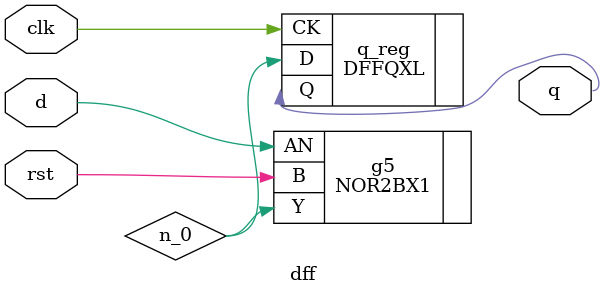
<source format=v>


// Verification Directory fv/dff 

module dff(d, clk, rst, q);
  input d, clk, rst;
  output q;
  wire d, clk, rst;
  wire q;
  wire n_0;
  DFFQXL q_reg(.CK (clk), .D (n_0), .Q (q));
  NOR2BX1 g5(.AN (d), .B (rst), .Y (n_0));
endmodule


</source>
